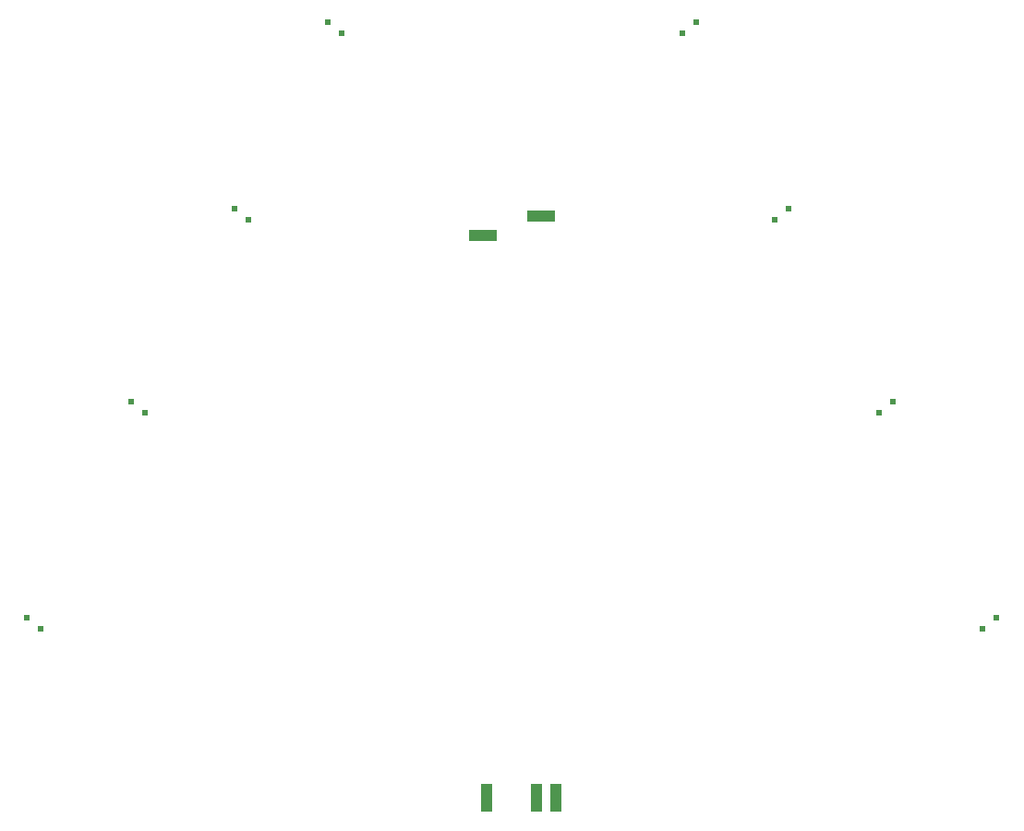
<source format=gbr>
%TF.GenerationSoftware,Altium Limited,Altium Designer,21.2.1 (34)*%
G04 Layer_Color=128*
%FSLAX25Y25*%
%MOIN*%
%TF.SameCoordinates,D824F303-33D3-4EC3-9BEE-61EECA8924FC*%
%TF.FilePolarity,Positive*%
%TF.FileFunction,Paste,Bot*%
%TF.Part,Single*%
G01*
G75*
%TA.AperFunction,SMDPad,CuDef*%
%ADD10R,0.03937X0.09843*%
%ADD11R,0.09843X0.03937*%
%ADD12R,0.01968X0.01968*%
D10*
X192000Y31000D02*
D03*
X174000D02*
D03*
X199000D02*
D03*
D11*
X193500Y241000D02*
D03*
X172500Y234000D02*
D03*
D12*
X283000Y243500D02*
D03*
X278000Y239500D02*
D03*
X358000Y96000D02*
D03*
X353000Y92000D02*
D03*
X88000Y239500D02*
D03*
X83000Y243500D02*
D03*
X121500Y307000D02*
D03*
X116500Y311000D02*
D03*
X13000Y92000D02*
D03*
X8000Y96000D02*
D03*
X320500Y174000D02*
D03*
X315500Y170000D02*
D03*
X50500D02*
D03*
X45500Y174000D02*
D03*
X249500Y311000D02*
D03*
X244500Y307000D02*
D03*
%TF.MD5,36a225893f99a0cbd677e1b4fd8866f2*%
M02*

</source>
